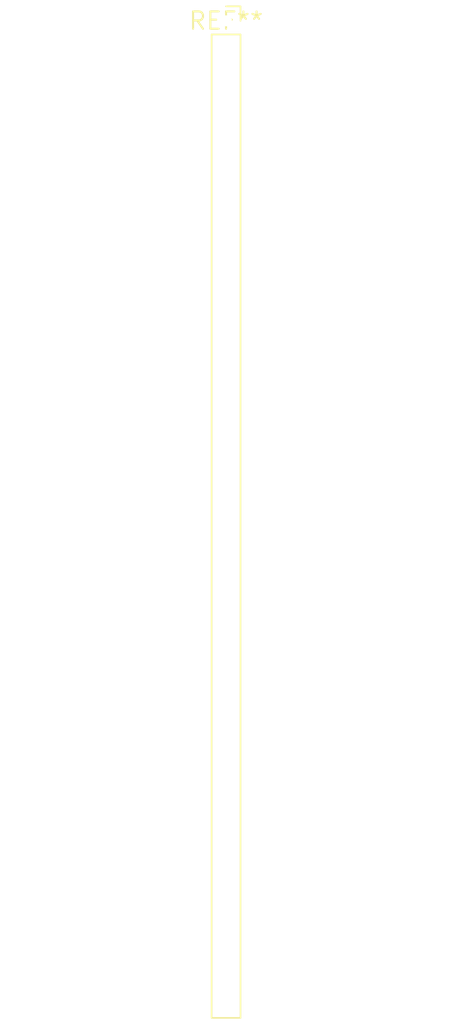
<source format=kicad_pcb>
(kicad_pcb (version 20240108) (generator pcbnew)
  (layers (0 "F.Cu" signal) (31 "B.Cu" signal) (34 "B.Paste" user) (35 "F.Paste" user) (36 "B.SilkS" user "B.Silkscreen") (37 "F.SilkS" user "F.Silkscreen") (38 "B.Mask" user) (39 "F.Mask" user) (44 "Edge.Cuts" user))
  (net 0 "")
  (footprint "PinSocket_1x37_P2.00mm_Vertical" (layer "F.Cu") (at 0 0)
    (property "Reference" "REF**")
    (property "Value" "PinSocket_1x37_P2.00mm_Vertical")
    (fp_line (start -1.06 1) (end -1.06 73.06) (layer "F.SilkS") (stroke (width 0.12)))
    (fp_line (start -1.06 1) (end 1.06 1) (layer "F.SilkS") (stroke (width 0.12)))
    (fp_line (start -1.06 73.06) (end 1.06 73.06) (layer "F.SilkS") (stroke (width 0.12)))
    (fp_line (start 0 -1.06) (end 1.06 -1.06) (layer "F.SilkS") (stroke (width 0.12)))
    (fp_line (start 1.06 -1.06) (end 1.06 0) (layer "F.SilkS") (stroke (width 0.12)))
    (fp_line (start 1.06 1) (end 1.06 73.06) (layer "F.SilkS") (stroke (width 0.12)))
    (pad "1" thru_hole rect (at 0 0) (size 1.35 1.35) (drill 0.8) (layers *.Cu *.Mask) (remove_unused_layers))
    (pad "2" thru_hole oval (at 0 2) (size 1.35 1.35) (drill 0.8) (layers *.Cu *.Mask) (remove_unused_layers))
    (pad "3" thru_hole oval (at 0 4) (size 1.35 1.35) (drill 0.8) (layers *.Cu *.Mask) (remove_unused_layers))
    (pad "4" thru_hole oval (at 0 6) (size 1.35 1.35) (drill 0.8) (layers *.Cu *.Mask) (remove_unused_layers))
    (pad "5" thru_hole oval (at 0 8) (size 1.35 1.35) (drill 0.8) (layers *.Cu *.Mask) (remove_unused_layers))
    (pad "6" thru_hole oval (at 0 10) (size 1.35 1.35) (drill 0.8) (layers *.Cu *.Mask) (remove_unused_layers))
    (pad "7" thru_hole oval (at 0 12) (size 1.35 1.35) (drill 0.8) (layers *.Cu *.Mask) (remove_unused_layers))
    (pad "8" thru_hole oval (at 0 14) (size 1.35 1.35) (drill 0.8) (layers *.Cu *.Mask) (remove_unused_layers))
    (pad "9" thru_hole oval (at 0 16) (size 1.35 1.35) (drill 0.8) (layers *.Cu *.Mask) (remove_unused_layers))
    (pad "10" thru_hole oval (at 0 18) (size 1.35 1.35) (drill 0.8) (layers *.Cu *.Mask) (remove_unused_layers))
    (pad "11" thru_hole oval (at 0 20) (size 1.35 1.35) (drill 0.8) (layers *.Cu *.Mask) (remove_unused_layers))
    (pad "12" thru_hole oval (at 0 22) (size 1.35 1.35) (drill 0.8) (layers *.Cu *.Mask) (remove_unused_layers))
    (pad "13" thru_hole oval (at 0 24) (size 1.35 1.35) (drill 0.8) (layers *.Cu *.Mask) (remove_unused_layers))
    (pad "14" thru_hole oval (at 0 26) (size 1.35 1.35) (drill 0.8) (layers *.Cu *.Mask) (remove_unused_layers))
    (pad "15" thru_hole oval (at 0 28) (size 1.35 1.35) (drill 0.8) (layers *.Cu *.Mask) (remove_unused_layers))
    (pad "16" thru_hole oval (at 0 30) (size 1.35 1.35) (drill 0.8) (layers *.Cu *.Mask) (remove_unused_layers))
    (pad "17" thru_hole oval (at 0 32) (size 1.35 1.35) (drill 0.8) (layers *.Cu *.Mask) (remove_unused_layers))
    (pad "18" thru_hole oval (at 0 34) (size 1.35 1.35) (drill 0.8) (layers *.Cu *.Mask) (remove_unused_layers))
    (pad "19" thru_hole oval (at 0 36) (size 1.35 1.35) (drill 0.8) (layers *.Cu *.Mask) (remove_unused_layers))
    (pad "20" thru_hole oval (at 0 38) (size 1.35 1.35) (drill 0.8) (layers *.Cu *.Mask) (remove_unused_layers))
    (pad "21" thru_hole oval (at 0 40) (size 1.35 1.35) (drill 0.8) (layers *.Cu *.Mask) (remove_unused_layers))
    (pad "22" thru_hole oval (at 0 42) (size 1.35 1.35) (drill 0.8) (layers *.Cu *.Mask) (remove_unused_layers))
    (pad "23" thru_hole oval (at 0 44) (size 1.35 1.35) (drill 0.8) (layers *.Cu *.Mask) (remove_unused_layers))
    (pad "24" thru_hole oval (at 0 46) (size 1.35 1.35) (drill 0.8) (layers *.Cu *.Mask) (remove_unused_layers))
    (pad "25" thru_hole oval (at 0 48) (size 1.35 1.35) (drill 0.8) (layers *.Cu *.Mask) (remove_unused_layers))
    (pad "26" thru_hole oval (at 0 50) (size 1.35 1.35) (drill 0.8) (layers *.Cu *.Mask) (remove_unused_layers))
    (pad "27" thru_hole oval (at 0 52) (size 1.35 1.35) (drill 0.8) (layers *.Cu *.Mask) (remove_unused_layers))
    (pad "28" thru_hole oval (at 0 54) (size 1.35 1.35) (drill 0.8) (layers *.Cu *.Mask) (remove_unused_layers))
    (pad "29" thru_hole oval (at 0 56) (size 1.35 1.35) (drill 0.8) (layers *.Cu *.Mask) (remove_unused_layers))
    (pad "30" thru_hole oval (at 0 58) (size 1.35 1.35) (drill 0.8) (layers *.Cu *.Mask) (remove_unused_layers))
    (pad "31" thru_hole oval (at 0 60) (size 1.35 1.35) (drill 0.8) (layers *.Cu *.Mask) (remove_unused_layers))
    (pad "32" thru_hole oval (at 0 62) (size 1.35 1.35) (drill 0.8) (layers *.Cu *.Mask) (remove_unused_layers))
    (pad "33" thru_hole oval (at 0 64) (size 1.35 1.35) (drill 0.8) (layers *.Cu *.Mask) (remove_unused_layers))
    (pad "34" thru_hole oval (at 0 66) (size 1.35 1.35) (drill 0.8) (layers *.Cu *.Mask) (remove_unused_layers))
    (pad "35" thru_hole oval (at 0 68) (size 1.35 1.35) (drill 0.8) (layers *.Cu *.Mask) (remove_unused_layers))
    (pad "36" thru_hole oval (at 0 70) (size 1.35 1.35) (drill 0.8) (layers *.Cu *.Mask) (remove_unused_layers))
    (pad "37" thru_hole oval (at 0 72) (size 1.35 1.35) (drill 0.8) (layers *.Cu *.Mask) (remove_unused_layers))
  )
)
</source>
